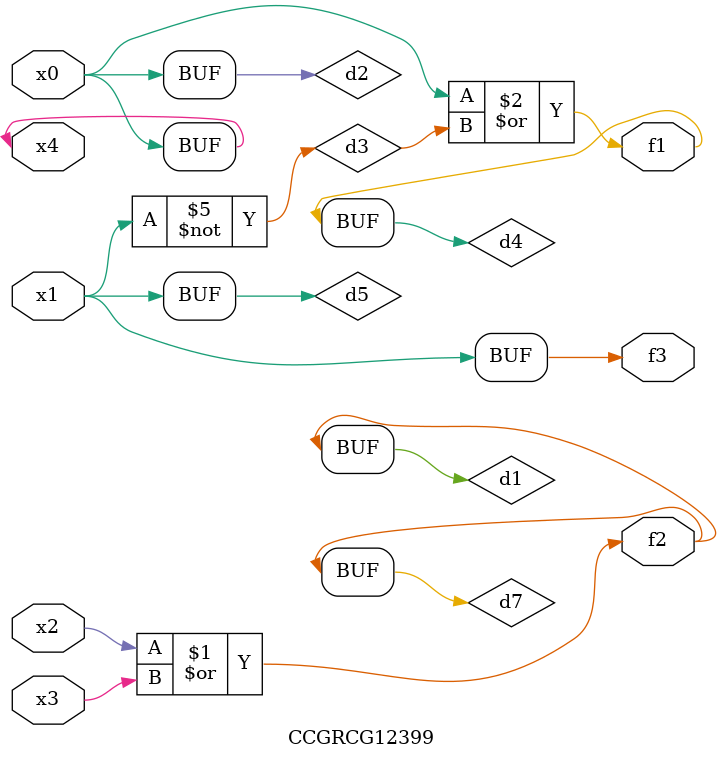
<source format=v>
module CCGRCG12399(
	input x0, x1, x2, x3, x4,
	output f1, f2, f3
);

	wire d1, d2, d3, d4, d5, d6, d7;

	or (d1, x2, x3);
	buf (d2, x0, x4);
	not (d3, x1);
	or (d4, d2, d3);
	not (d5, d3);
	nand (d6, d1, d3);
	or (d7, d1);
	assign f1 = d4;
	assign f2 = d7;
	assign f3 = d5;
endmodule

</source>
